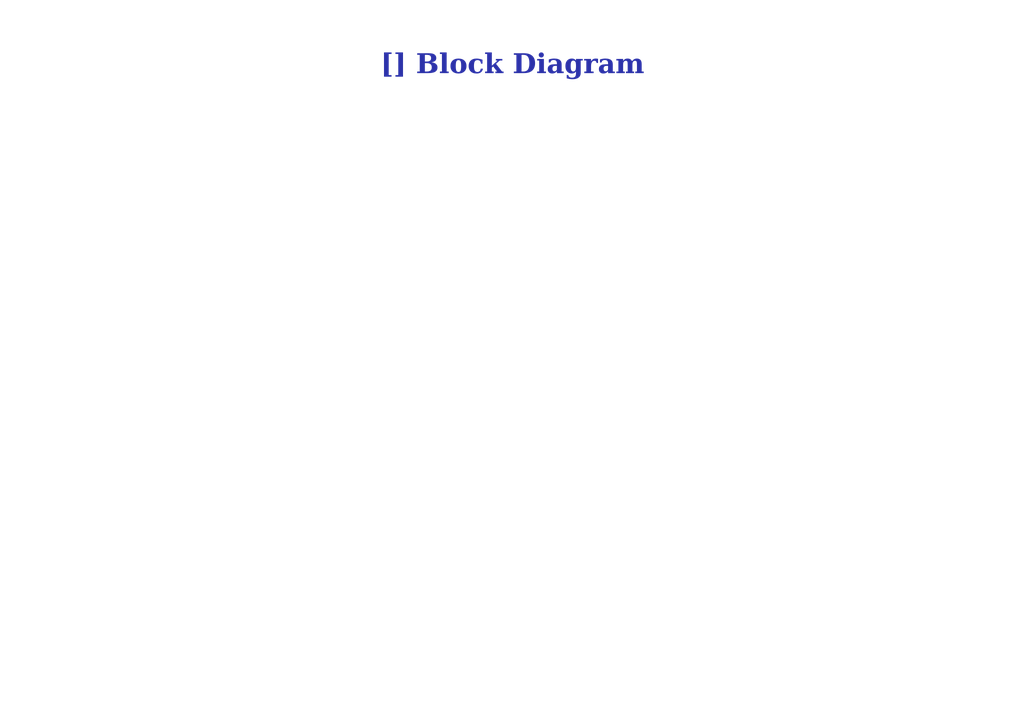
<source format=kicad_sch>
(kicad_sch
	(version 20250114)
	(generator "eeschema")
	(generator_version "9.0")
	(uuid "d4440dba-022e-49b2-97f2-6fc1871c7304")
	(paper "A3")
	(title_block
		(title "Block Diagram")
		(date "2025-01-12")
		(rev "${REVISION}")
		(company "${COMPANY}")
	)
	(lib_symbols)
	(text_box "[${#}] ${TITLE}"
		(exclude_from_sim no)
		(at 144.78 20.32 0)
		(size 130.81 12.7)
		(margins 5.9999 5.9999 5.9999 5.9999)
		(stroke
			(width -0.0001)
			(type default)
		)
		(fill
			(type none)
		)
		(effects
			(font
				(face "Times New Roman")
				(size 8 8)
				(thickness 1.2)
				(bold yes)
				(color 43 49 168 1)
			)
		)
		(uuid "73b2b29c-2473-4e80-be0b-4f57c6856c3e")
	)
)

</source>
